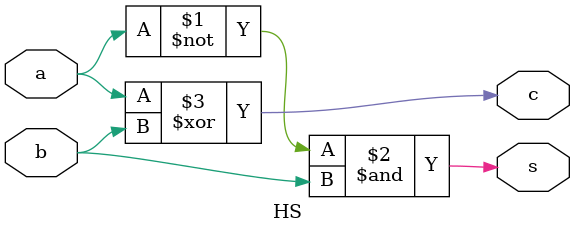
<source format=v>
module HS(a,b,s,c);
  input a,b;
  output s,c;
  assign s=~a&b;
  assign c=a^b;
endmodule

</source>
